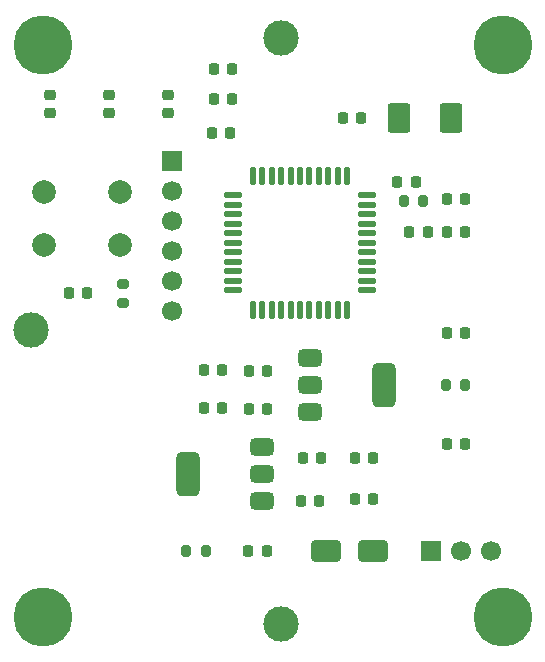
<source format=gbr>
%TF.GenerationSoftware,KiCad,Pcbnew,9.0.5*%
%TF.CreationDate,2025-10-31T15:40:08+01:00*%
%TF.ProjectId,ATMEGA32_evaluation_board,41544d45-4741-4333-925f-6576616c7561,rev?*%
%TF.SameCoordinates,Original*%
%TF.FileFunction,Soldermask,Top*%
%TF.FilePolarity,Negative*%
%FSLAX46Y46*%
G04 Gerber Fmt 4.6, Leading zero omitted, Abs format (unit mm)*
G04 Created by KiCad (PCBNEW 9.0.5) date 2025-10-31 15:40:08*
%MOMM*%
%LPD*%
G01*
G04 APERTURE LIST*
G04 Aperture macros list*
%AMRoundRect*
0 Rectangle with rounded corners*
0 $1 Rounding radius*
0 $2 $3 $4 $5 $6 $7 $8 $9 X,Y pos of 4 corners*
0 Add a 4 corners polygon primitive as box body*
4,1,4,$2,$3,$4,$5,$6,$7,$8,$9,$2,$3,0*
0 Add four circle primitives for the rounded corners*
1,1,$1+$1,$2,$3*
1,1,$1+$1,$4,$5*
1,1,$1+$1,$6,$7*
1,1,$1+$1,$8,$9*
0 Add four rect primitives between the rounded corners*
20,1,$1+$1,$2,$3,$4,$5,0*
20,1,$1+$1,$4,$5,$6,$7,0*
20,1,$1+$1,$6,$7,$8,$9,0*
20,1,$1+$1,$8,$9,$2,$3,0*%
G04 Aperture macros list end*
%ADD10RoundRect,0.225000X-0.225000X-0.250000X0.225000X-0.250000X0.225000X0.250000X-0.225000X0.250000X0*%
%ADD11RoundRect,0.375000X-0.625000X-0.375000X0.625000X-0.375000X0.625000X0.375000X-0.625000X0.375000X0*%
%ADD12RoundRect,0.500000X-0.500000X-1.400000X0.500000X-1.400000X0.500000X1.400000X-0.500000X1.400000X0*%
%ADD13RoundRect,0.225000X0.225000X0.250000X-0.225000X0.250000X-0.225000X-0.250000X0.225000X-0.250000X0*%
%ADD14RoundRect,0.200000X-0.200000X-0.275000X0.200000X-0.275000X0.200000X0.275000X-0.200000X0.275000X0*%
%ADD15C,2.000000*%
%ADD16RoundRect,0.200000X0.275000X-0.200000X0.275000X0.200000X-0.275000X0.200000X-0.275000X-0.200000X0*%
%ADD17C,5.000000*%
%ADD18C,3.000000*%
%ADD19RoundRect,0.200000X0.200000X0.275000X-0.200000X0.275000X-0.200000X-0.275000X0.200000X-0.275000X0*%
%ADD20R,1.700000X1.700000*%
%ADD21C,1.700000*%
%ADD22RoundRect,0.375000X0.625000X0.375000X-0.625000X0.375000X-0.625000X-0.375000X0.625000X-0.375000X0*%
%ADD23RoundRect,0.500000X0.500000X1.400000X-0.500000X1.400000X-0.500000X-1.400000X0.500000X-1.400000X0*%
%ADD24RoundRect,0.250000X-0.700000X-1.000000X0.700000X-1.000000X0.700000X1.000000X-0.700000X1.000000X0*%
%ADD25RoundRect,0.218750X-0.218750X-0.256250X0.218750X-0.256250X0.218750X0.256250X-0.218750X0.256250X0*%
%ADD26RoundRect,0.225000X-0.250000X0.225000X-0.250000X-0.225000X0.250000X-0.225000X0.250000X0.225000X0*%
%ADD27RoundRect,0.218750X0.218750X0.256250X-0.218750X0.256250X-0.218750X-0.256250X0.218750X-0.256250X0*%
%ADD28RoundRect,0.250000X-1.000000X-0.650000X1.000000X-0.650000X1.000000X0.650000X-1.000000X0.650000X0*%
%ADD29RoundRect,0.137500X-0.600000X-0.137500X0.600000X-0.137500X0.600000X0.137500X-0.600000X0.137500X0*%
%ADD30RoundRect,0.137500X-0.137500X-0.600000X0.137500X-0.600000X0.137500X0.600000X-0.137500X0.600000X0*%
G04 APERTURE END LIST*
D10*
%TO.C,C7*%
X143250000Y-105800000D03*
X144800000Y-105800000D03*
%TD*%
D11*
%TO.C,U2*%
X139450000Y-97300000D03*
X139450000Y-99600000D03*
D12*
X145750000Y-99600000D03*
D11*
X139450000Y-101900000D03*
%TD*%
D10*
%TO.C,C14*%
X131315000Y-72820000D03*
X132865000Y-72820000D03*
%TD*%
D13*
%TO.C,C13*%
X143800000Y-77000000D03*
X142250000Y-77000000D03*
%TD*%
D14*
%TO.C,R2*%
X150950000Y-99600000D03*
X152600000Y-99600000D03*
%TD*%
D10*
%TO.C,C16*%
X131150000Y-78220000D03*
X132700000Y-78220000D03*
%TD*%
D15*
%TO.C,SW1*%
X116900000Y-83200000D03*
X123400000Y-83200000D03*
X116900000Y-87700000D03*
X123400000Y-87700000D03*
%TD*%
D16*
%TO.C,R3*%
X123600000Y-92650000D03*
X123600000Y-91000000D03*
%TD*%
D17*
%TO.C,H1*%
X155800000Y-70800000D03*
%TD*%
%TO.C,H3*%
X116800000Y-119200000D03*
%TD*%
D10*
%TO.C,C15*%
X131315000Y-75330000D03*
X132865000Y-75330000D03*
%TD*%
D18*
%TO.C,FID1*%
X137000000Y-70200000D03*
%TD*%
D19*
%TO.C,R4*%
X149050000Y-84000000D03*
X147400000Y-84000000D03*
%TD*%
D18*
%TO.C,FID2*%
X115800000Y-94900000D03*
%TD*%
D20*
%TO.C,J2*%
X127800000Y-80600000D03*
D21*
X127800000Y-83140000D03*
X127800000Y-85680000D03*
X127800000Y-88220000D03*
X127800000Y-90760000D03*
X127800000Y-93300000D03*
%TD*%
D22*
%TO.C,U1*%
X135400000Y-109400000D03*
X135400000Y-107100000D03*
D23*
X129100000Y-107100000D03*
D22*
X135400000Y-104800000D03*
%TD*%
D24*
%TO.C,Y1*%
X147000000Y-77000000D03*
X151400000Y-77000000D03*
%TD*%
D10*
%TO.C,C2*%
X130450000Y-101500000D03*
X132000000Y-101500000D03*
%TD*%
D13*
%TO.C,C10*%
X152600000Y-86600000D03*
X151050000Y-86600000D03*
%TD*%
D10*
%TO.C,C11*%
X147850000Y-86600000D03*
X149400000Y-86600000D03*
%TD*%
D25*
%TO.C,D2*%
X151012500Y-104600000D03*
X152587500Y-104600000D03*
%TD*%
D10*
%TO.C,C1*%
X130450000Y-98300000D03*
X132000000Y-98300000D03*
%TD*%
D26*
%TO.C,C18*%
X122400000Y-75000000D03*
X122400000Y-76550000D03*
%TD*%
D10*
%TO.C,C20*%
X119050000Y-91800000D03*
X120600000Y-91800000D03*
%TD*%
D27*
%TO.C,D1*%
X135800000Y-113600000D03*
X134225000Y-113600000D03*
%TD*%
D10*
%TO.C,C5*%
X138850000Y-105800000D03*
X140400000Y-105800000D03*
%TD*%
D28*
%TO.C,D3*%
X140800000Y-113600000D03*
X144800000Y-113600000D03*
%TD*%
D13*
%TO.C,C3*%
X135800000Y-101600000D03*
X134250000Y-101600000D03*
%TD*%
D10*
%TO.C,C6*%
X138650000Y-109400000D03*
X140200000Y-109400000D03*
%TD*%
D29*
%TO.C,U3*%
X132937500Y-83537500D03*
X132937500Y-84337500D03*
X132937500Y-85137500D03*
X132937500Y-85937500D03*
X132937500Y-86737500D03*
X132937500Y-87537500D03*
X132937500Y-88337500D03*
X132937500Y-89137500D03*
X132937500Y-89937500D03*
X132937500Y-90737500D03*
X132937500Y-91537500D03*
D30*
X134600000Y-93200000D03*
X135400000Y-93200000D03*
X136200000Y-93200000D03*
X137000000Y-93200000D03*
X137800000Y-93200000D03*
X138600000Y-93200000D03*
X139400000Y-93200000D03*
X140200000Y-93200000D03*
X141000000Y-93200000D03*
X141800000Y-93200000D03*
X142600000Y-93200000D03*
D29*
X144262500Y-91537500D03*
X144262500Y-90737500D03*
X144262500Y-89937500D03*
X144262500Y-89137500D03*
X144262500Y-88337500D03*
X144262500Y-87537500D03*
X144262500Y-86737500D03*
X144262500Y-85937500D03*
X144262500Y-85137500D03*
X144262500Y-84337500D03*
X144262500Y-83537500D03*
D30*
X142600000Y-81875000D03*
X141800000Y-81875000D03*
X141000000Y-81875000D03*
X140200000Y-81875000D03*
X139400000Y-81875000D03*
X138600000Y-81875000D03*
X137800000Y-81875000D03*
X137000000Y-81875000D03*
X136200000Y-81875000D03*
X135400000Y-81875000D03*
X134600000Y-81875000D03*
%TD*%
D10*
%TO.C,C8*%
X143250000Y-109200000D03*
X144800000Y-109200000D03*
%TD*%
D26*
%TO.C,C19*%
X117400000Y-75025000D03*
X117400000Y-76575000D03*
%TD*%
%TO.C,C17*%
X127400000Y-75000000D03*
X127400000Y-76550000D03*
%TD*%
D27*
%TO.C,FB1*%
X152600000Y-95200000D03*
X151025000Y-95200000D03*
%TD*%
D18*
%TO.C,FID3*%
X137000000Y-119800000D03*
%TD*%
D14*
%TO.C,R1*%
X128950000Y-113600000D03*
X130600000Y-113600000D03*
%TD*%
D13*
%TO.C,C9*%
X152600000Y-83800000D03*
X151050000Y-83800000D03*
%TD*%
D10*
%TO.C,C12*%
X146850000Y-82400000D03*
X148400000Y-82400000D03*
%TD*%
D20*
%TO.C,J1*%
X149660000Y-113600000D03*
D21*
X152200000Y-113600000D03*
X154740000Y-113600000D03*
%TD*%
D17*
%TO.C,H2*%
X155800000Y-119200000D03*
%TD*%
%TO.C,H4*%
X116800000Y-70800000D03*
%TD*%
D13*
%TO.C,C4*%
X135800000Y-98400000D03*
X134250000Y-98400000D03*
%TD*%
M02*

</source>
